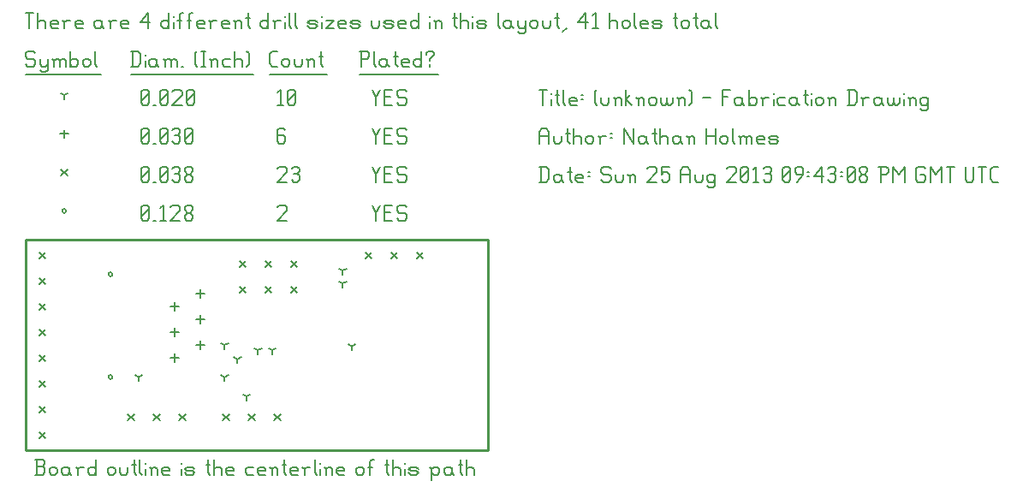
<source format=gbr>
G04 start of page 12 for group -3984 idx -3984 *
G04 Title: (unknown), fab *
G04 Creator: pcb 20110918 *
G04 CreationDate: Sun 25 Aug 2013 09:43:08 PM GMT UTC *
G04 For: ndholmes *
G04 Format: Gerber/RS-274X *
G04 PCB-Dimensions: 180000 82000 *
G04 PCB-Coordinate-Origin: lower left *
%MOIN*%
%FSLAX25Y25*%
%LNFAB*%
%ADD66C,0.0100*%
%ADD65C,0.0075*%
%ADD64C,0.0060*%
%ADD63R,0.0080X0.0080*%
G54D63*X32200Y68500D02*G75*G03X33800Y68500I800J0D01*G01*
G75*G03X32200Y68500I-800J0D01*G01*
Y28500D02*G75*G03X33800Y28500I800J0D01*G01*
G75*G03X32200Y28500I-800J0D01*G01*
X14200Y93250D02*G75*G03X15800Y93250I800J0D01*G01*
G75*G03X14200Y93250I-800J0D01*G01*
G54D64*X135000Y95500D02*X136500Y92500D01*
X138000Y95500D01*
X136500Y92500D02*Y89500D01*
X139800Y92800D02*X142050D01*
X139800Y89500D02*X142800D01*
X139800Y95500D02*Y89500D01*
Y95500D02*X142800D01*
X147600D02*X148350Y94750D01*
X145350Y95500D02*X147600D01*
X144600Y94750D02*X145350Y95500D01*
X144600Y94750D02*Y93250D01*
X145350Y92500D01*
X147600D01*
X148350Y91750D01*
Y90250D01*
X147600Y89500D02*X148350Y90250D01*
X145350Y89500D02*X147600D01*
X144600Y90250D02*X145350Y89500D01*
X98000Y94750D02*X98750Y95500D01*
X101000D01*
X101750Y94750D01*
Y93250D01*
X98000Y89500D02*X101750Y93250D01*
X98000Y89500D02*X101750D01*
X45000Y90250D02*X45750Y89500D01*
X45000Y94750D02*Y90250D01*
Y94750D02*X45750Y95500D01*
X47250D01*
X48000Y94750D01*
Y90250D01*
X47250Y89500D02*X48000Y90250D01*
X45750Y89500D02*X47250D01*
X45000Y91000D02*X48000Y94000D01*
X49800Y89500D02*X50550D01*
X52350Y94300D02*X53550Y95500D01*
Y89500D01*
X52350D02*X54600D01*
X56400Y94750D02*X57150Y95500D01*
X59400D01*
X60150Y94750D01*
Y93250D01*
X56400Y89500D02*X60150Y93250D01*
X56400Y89500D02*X60150D01*
X61950Y90250D02*X62700Y89500D01*
X61950Y91450D02*Y90250D01*
Y91450D02*X63000Y92500D01*
X63900D01*
X64950Y91450D01*
Y90250D01*
X64200Y89500D02*X64950Y90250D01*
X62700Y89500D02*X64200D01*
X61950Y93550D02*X63000Y92500D01*
X61950Y94750D02*Y93550D01*
Y94750D02*X62700Y95500D01*
X64200D01*
X64950Y94750D01*
Y93550D01*
X63900Y92500D02*X64950Y93550D01*
X5300Y77200D02*X7700Y74800D01*
X5300D02*X7700Y77200D01*
X5300Y67200D02*X7700Y64800D01*
X5300D02*X7700Y67200D01*
X5300Y57200D02*X7700Y54800D01*
X5300D02*X7700Y57200D01*
X5300Y47200D02*X7700Y44800D01*
X5300D02*X7700Y47200D01*
X5300Y37200D02*X7700Y34800D01*
X5300D02*X7700Y37200D01*
X5300Y27200D02*X7700Y24800D01*
X5300D02*X7700Y27200D01*
X5300Y17200D02*X7700Y14800D01*
X5300D02*X7700Y17200D01*
X5300Y7200D02*X7700Y4800D01*
X5300D02*X7700Y7200D01*
X103300Y73700D02*X105700Y71300D01*
X103300D02*X105700Y73700D01*
X93300D02*X95700Y71300D01*
X93300D02*X95700Y73700D01*
X83300D02*X85700Y71300D01*
X83300D02*X85700Y73700D01*
X103300Y63700D02*X105700Y61300D01*
X103300D02*X105700Y63700D01*
X93300D02*X95700Y61300D01*
X93300D02*X95700Y63700D01*
X83300D02*X85700Y61300D01*
X83300D02*X85700Y63700D01*
X152300Y77200D02*X154700Y74800D01*
X152300D02*X154700Y77200D01*
X142300D02*X144700Y74800D01*
X142300D02*X144700Y77200D01*
X132300D02*X134700Y74800D01*
X132300D02*X134700Y77200D01*
X39800Y14200D02*X42200Y11800D01*
X39800D02*X42200Y14200D01*
X49800D02*X52200Y11800D01*
X49800D02*X52200Y14200D01*
X59800D02*X62200Y11800D01*
X59800D02*X62200Y14200D01*
X76800D02*X79200Y11800D01*
X76800D02*X79200Y14200D01*
X86800D02*X89200Y11800D01*
X86800D02*X89200Y14200D01*
X96800D02*X99200Y11800D01*
X96800D02*X99200Y14200D01*
X13800Y109450D02*X16200Y107050D01*
X13800D02*X16200Y109450D01*
X135000Y110500D02*X136500Y107500D01*
X138000Y110500D01*
X136500Y107500D02*Y104500D01*
X139800Y107800D02*X142050D01*
X139800Y104500D02*X142800D01*
X139800Y110500D02*Y104500D01*
Y110500D02*X142800D01*
X147600D02*X148350Y109750D01*
X145350Y110500D02*X147600D01*
X144600Y109750D02*X145350Y110500D01*
X144600Y109750D02*Y108250D01*
X145350Y107500D01*
X147600D01*
X148350Y106750D01*
Y105250D01*
X147600Y104500D02*X148350Y105250D01*
X145350Y104500D02*X147600D01*
X144600Y105250D02*X145350Y104500D01*
X98000Y109750D02*X98750Y110500D01*
X101000D01*
X101750Y109750D01*
Y108250D01*
X98000Y104500D02*X101750Y108250D01*
X98000Y104500D02*X101750D01*
X103550Y109750D02*X104300Y110500D01*
X105800D01*
X106550Y109750D01*
X105800Y104500D02*X106550Y105250D01*
X104300Y104500D02*X105800D01*
X103550Y105250D02*X104300Y104500D01*
Y107800D02*X105800D01*
X106550Y109750D02*Y108550D01*
Y107050D02*Y105250D01*
Y107050D02*X105800Y107800D01*
X106550Y108550D02*X105800Y107800D01*
X45000Y105250D02*X45750Y104500D01*
X45000Y109750D02*Y105250D01*
Y109750D02*X45750Y110500D01*
X47250D01*
X48000Y109750D01*
Y105250D01*
X47250Y104500D02*X48000Y105250D01*
X45750Y104500D02*X47250D01*
X45000Y106000D02*X48000Y109000D01*
X49800Y104500D02*X50550D01*
X52350Y105250D02*X53100Y104500D01*
X52350Y109750D02*Y105250D01*
Y109750D02*X53100Y110500D01*
X54600D01*
X55350Y109750D01*
Y105250D01*
X54600Y104500D02*X55350Y105250D01*
X53100Y104500D02*X54600D01*
X52350Y106000D02*X55350Y109000D01*
X57150Y109750D02*X57900Y110500D01*
X59400D01*
X60150Y109750D01*
X59400Y104500D02*X60150Y105250D01*
X57900Y104500D02*X59400D01*
X57150Y105250D02*X57900Y104500D01*
Y107800D02*X59400D01*
X60150Y109750D02*Y108550D01*
Y107050D02*Y105250D01*
Y107050D02*X59400Y107800D01*
X60150Y108550D02*X59400Y107800D01*
X61950Y105250D02*X62700Y104500D01*
X61950Y106450D02*Y105250D01*
Y106450D02*X63000Y107500D01*
X63900D01*
X64950Y106450D01*
Y105250D01*
X64200Y104500D02*X64950Y105250D01*
X62700Y104500D02*X64200D01*
X61950Y108550D02*X63000Y107500D01*
X61950Y109750D02*Y108550D01*
Y109750D02*X62700Y110500D01*
X64200D01*
X64950Y109750D01*
Y108550D01*
X63900Y107500D02*X64950Y108550D01*
X68000Y62600D02*Y59400D01*
X66400Y61000D02*X69600D01*
X58000Y57600D02*Y54400D01*
X56400Y56000D02*X59600D01*
X68000Y52600D02*Y49400D01*
X66400Y51000D02*X69600D01*
X58000Y47600D02*Y44400D01*
X56400Y46000D02*X59600D01*
X68000Y42600D02*Y39400D01*
X66400Y41000D02*X69600D01*
X58000Y37600D02*Y34400D01*
X56400Y36000D02*X59600D01*
X15000Y124850D02*Y121650D01*
X13400Y123250D02*X16600D01*
X135000Y125500D02*X136500Y122500D01*
X138000Y125500D01*
X136500Y122500D02*Y119500D01*
X139800Y122800D02*X142050D01*
X139800Y119500D02*X142800D01*
X139800Y125500D02*Y119500D01*
Y125500D02*X142800D01*
X147600D02*X148350Y124750D01*
X145350Y125500D02*X147600D01*
X144600Y124750D02*X145350Y125500D01*
X144600Y124750D02*Y123250D01*
X145350Y122500D01*
X147600D01*
X148350Y121750D01*
Y120250D01*
X147600Y119500D02*X148350Y120250D01*
X145350Y119500D02*X147600D01*
X144600Y120250D02*X145350Y119500D01*
X100250Y125500D02*X101000Y124750D01*
X98750Y125500D02*X100250D01*
X98000Y124750D02*X98750Y125500D01*
X98000Y124750D02*Y120250D01*
X98750Y119500D01*
X100250Y122800D02*X101000Y122050D01*
X98000Y122800D02*X100250D01*
X98750Y119500D02*X100250D01*
X101000Y120250D01*
Y122050D02*Y120250D01*
X45000D02*X45750Y119500D01*
X45000Y124750D02*Y120250D01*
Y124750D02*X45750Y125500D01*
X47250D01*
X48000Y124750D01*
Y120250D01*
X47250Y119500D02*X48000Y120250D01*
X45750Y119500D02*X47250D01*
X45000Y121000D02*X48000Y124000D01*
X49800Y119500D02*X50550D01*
X52350Y120250D02*X53100Y119500D01*
X52350Y124750D02*Y120250D01*
Y124750D02*X53100Y125500D01*
X54600D01*
X55350Y124750D01*
Y120250D01*
X54600Y119500D02*X55350Y120250D01*
X53100Y119500D02*X54600D01*
X52350Y121000D02*X55350Y124000D01*
X57150Y124750D02*X57900Y125500D01*
X59400D01*
X60150Y124750D01*
X59400Y119500D02*X60150Y120250D01*
X57900Y119500D02*X59400D01*
X57150Y120250D02*X57900Y119500D01*
Y122800D02*X59400D01*
X60150Y124750D02*Y123550D01*
Y122050D02*Y120250D01*
Y122050D02*X59400Y122800D01*
X60150Y123550D02*X59400Y122800D01*
X61950Y120250D02*X62700Y119500D01*
X61950Y124750D02*Y120250D01*
Y124750D02*X62700Y125500D01*
X64200D01*
X64950Y124750D01*
Y120250D01*
X64200Y119500D02*X64950Y120250D01*
X62700Y119500D02*X64200D01*
X61950Y121000D02*X64950Y124000D01*
X123500Y70000D02*Y68400D01*
Y70000D02*X124887Y70800D01*
X123500Y70000D02*X122113Y70800D01*
X123500Y65000D02*Y63400D01*
Y65000D02*X124887Y65800D01*
X123500Y65000D02*X122113Y65800D01*
X82500Y35500D02*Y33900D01*
Y35500D02*X83887Y36300D01*
X82500Y35500D02*X81113Y36300D01*
X77500Y41000D02*Y39400D01*
Y41000D02*X78887Y41800D01*
X77500Y41000D02*X76113Y41800D01*
X77500Y28500D02*Y26900D01*
Y28500D02*X78887Y29300D01*
X77500Y28500D02*X76113Y29300D01*
X44000Y28500D02*Y26900D01*
Y28500D02*X45387Y29300D01*
X44000Y28500D02*X42613Y29300D01*
X90500Y39000D02*Y37400D01*
Y39000D02*X91887Y39800D01*
X90500Y39000D02*X89113Y39800D01*
X96000Y39000D02*Y37400D01*
Y39000D02*X97387Y39800D01*
X96000Y39000D02*X94613Y39800D01*
X127000Y40500D02*Y38900D01*
Y40500D02*X128387Y41300D01*
X127000Y40500D02*X125613Y41300D01*
X86000Y21000D02*Y19400D01*
Y21000D02*X87387Y21800D01*
X86000Y21000D02*X84613Y21800D01*
X15000Y138250D02*Y136650D01*
Y138250D02*X16387Y139050D01*
X15000Y138250D02*X13613Y139050D01*
X135000Y140500D02*X136500Y137500D01*
X138000Y140500D01*
X136500Y137500D02*Y134500D01*
X139800Y137800D02*X142050D01*
X139800Y134500D02*X142800D01*
X139800Y140500D02*Y134500D01*
Y140500D02*X142800D01*
X147600D02*X148350Y139750D01*
X145350Y140500D02*X147600D01*
X144600Y139750D02*X145350Y140500D01*
X144600Y139750D02*Y138250D01*
X145350Y137500D01*
X147600D01*
X148350Y136750D01*
Y135250D01*
X147600Y134500D02*X148350Y135250D01*
X145350Y134500D02*X147600D01*
X144600Y135250D02*X145350Y134500D01*
X98000Y139300D02*X99200Y140500D01*
Y134500D01*
X98000D02*X100250D01*
X102050Y135250D02*X102800Y134500D01*
X102050Y139750D02*Y135250D01*
Y139750D02*X102800Y140500D01*
X104300D01*
X105050Y139750D01*
Y135250D01*
X104300Y134500D02*X105050Y135250D01*
X102800Y134500D02*X104300D01*
X102050Y136000D02*X105050Y139000D01*
X45000Y135250D02*X45750Y134500D01*
X45000Y139750D02*Y135250D01*
Y139750D02*X45750Y140500D01*
X47250D01*
X48000Y139750D01*
Y135250D01*
X47250Y134500D02*X48000Y135250D01*
X45750Y134500D02*X47250D01*
X45000Y136000D02*X48000Y139000D01*
X49800Y134500D02*X50550D01*
X52350Y135250D02*X53100Y134500D01*
X52350Y139750D02*Y135250D01*
Y139750D02*X53100Y140500D01*
X54600D01*
X55350Y139750D01*
Y135250D01*
X54600Y134500D02*X55350Y135250D01*
X53100Y134500D02*X54600D01*
X52350Y136000D02*X55350Y139000D01*
X57150Y139750D02*X57900Y140500D01*
X60150D01*
X60900Y139750D01*
Y138250D01*
X57150Y134500D02*X60900Y138250D01*
X57150Y134500D02*X60900D01*
X62700Y135250D02*X63450Y134500D01*
X62700Y139750D02*Y135250D01*
Y139750D02*X63450Y140500D01*
X64950D01*
X65700Y139750D01*
Y135250D01*
X64950Y134500D02*X65700Y135250D01*
X63450Y134500D02*X64950D01*
X62700Y136000D02*X65700Y139000D01*
X3000Y155500D02*X3750Y154750D01*
X750Y155500D02*X3000D01*
X0Y154750D02*X750Y155500D01*
X0Y154750D02*Y153250D01*
X750Y152500D01*
X3000D01*
X3750Y151750D01*
Y150250D01*
X3000Y149500D02*X3750Y150250D01*
X750Y149500D02*X3000D01*
X0Y150250D02*X750Y149500D01*
X5550Y152500D02*Y150250D01*
X6300Y149500D01*
X8550Y152500D02*Y148000D01*
X7800Y147250D02*X8550Y148000D01*
X6300Y147250D02*X7800D01*
X5550Y148000D02*X6300Y147250D01*
Y149500D02*X7800D01*
X8550Y150250D01*
X11100Y151750D02*Y149500D01*
Y151750D02*X11850Y152500D01*
X12600D01*
X13350Y151750D01*
Y149500D01*
Y151750D02*X14100Y152500D01*
X14850D01*
X15600Y151750D01*
Y149500D01*
X10350Y152500D02*X11100Y151750D01*
X17400Y155500D02*Y149500D01*
Y150250D02*X18150Y149500D01*
X19650D01*
X20400Y150250D01*
Y151750D02*Y150250D01*
X19650Y152500D02*X20400Y151750D01*
X18150Y152500D02*X19650D01*
X17400Y151750D02*X18150Y152500D01*
X22200Y151750D02*Y150250D01*
Y151750D02*X22950Y152500D01*
X24450D01*
X25200Y151750D01*
Y150250D01*
X24450Y149500D02*X25200Y150250D01*
X22950Y149500D02*X24450D01*
X22200Y150250D02*X22950Y149500D01*
X27000Y155500D02*Y150250D01*
X27750Y149500D01*
X0Y146250D02*X29250D01*
X41750Y155500D02*Y149500D01*
X43700Y155500D02*X44750Y154450D01*
Y150550D01*
X43700Y149500D02*X44750Y150550D01*
X41000Y149500D02*X43700D01*
X41000Y155500D02*X43700D01*
G54D65*X46550Y154000D02*Y153850D01*
G54D64*Y151750D02*Y149500D01*
X50300Y152500D02*X51050Y151750D01*
X48800Y152500D02*X50300D01*
X48050Y151750D02*X48800Y152500D01*
X48050Y151750D02*Y150250D01*
X48800Y149500D01*
X51050Y152500D02*Y150250D01*
X51800Y149500D01*
X48800D02*X50300D01*
X51050Y150250D01*
X54350Y151750D02*Y149500D01*
Y151750D02*X55100Y152500D01*
X55850D01*
X56600Y151750D01*
Y149500D01*
Y151750D02*X57350Y152500D01*
X58100D01*
X58850Y151750D01*
Y149500D01*
X53600Y152500D02*X54350Y151750D01*
X60650Y149500D02*X61400D01*
X65900Y150250D02*X66650Y149500D01*
X65900Y154750D02*X66650Y155500D01*
X65900Y154750D02*Y150250D01*
X68450Y155500D02*X69950D01*
X69200D02*Y149500D01*
X68450D02*X69950D01*
X72500Y151750D02*Y149500D01*
Y151750D02*X73250Y152500D01*
X74000D01*
X74750Y151750D01*
Y149500D01*
X71750Y152500D02*X72500Y151750D01*
X77300Y152500D02*X79550D01*
X76550Y151750D02*X77300Y152500D01*
X76550Y151750D02*Y150250D01*
X77300Y149500D01*
X79550D01*
X81350Y155500D02*Y149500D01*
Y151750D02*X82100Y152500D01*
X83600D01*
X84350Y151750D01*
Y149500D01*
X86150Y155500D02*X86900Y154750D01*
Y150250D01*
X86150Y149500D02*X86900Y150250D01*
X41000Y146250D02*X88700D01*
X96050Y149500D02*X98000D01*
X95000Y150550D02*X96050Y149500D01*
X95000Y154450D02*Y150550D01*
Y154450D02*X96050Y155500D01*
X98000D01*
X99800Y151750D02*Y150250D01*
Y151750D02*X100550Y152500D01*
X102050D01*
X102800Y151750D01*
Y150250D01*
X102050Y149500D02*X102800Y150250D01*
X100550Y149500D02*X102050D01*
X99800Y150250D02*X100550Y149500D01*
X104600Y152500D02*Y150250D01*
X105350Y149500D01*
X106850D01*
X107600Y150250D01*
Y152500D02*Y150250D01*
X110150Y151750D02*Y149500D01*
Y151750D02*X110900Y152500D01*
X111650D01*
X112400Y151750D01*
Y149500D01*
X109400Y152500D02*X110150Y151750D01*
X114950Y155500D02*Y150250D01*
X115700Y149500D01*
X114200Y153250D02*X115700D01*
X95000Y146250D02*X117200D01*
X130750Y155500D02*Y149500D01*
X130000Y155500D02*X133000D01*
X133750Y154750D01*
Y153250D01*
X133000Y152500D02*X133750Y153250D01*
X130750Y152500D02*X133000D01*
X135550Y155500D02*Y150250D01*
X136300Y149500D01*
X140050Y152500D02*X140800Y151750D01*
X138550Y152500D02*X140050D01*
X137800Y151750D02*X138550Y152500D01*
X137800Y151750D02*Y150250D01*
X138550Y149500D01*
X140800Y152500D02*Y150250D01*
X141550Y149500D01*
X138550D02*X140050D01*
X140800Y150250D01*
X144100Y155500D02*Y150250D01*
X144850Y149500D01*
X143350Y153250D02*X144850D01*
X147100Y149500D02*X149350D01*
X146350Y150250D02*X147100Y149500D01*
X146350Y151750D02*Y150250D01*
Y151750D02*X147100Y152500D01*
X148600D01*
X149350Y151750D01*
X146350Y151000D02*X149350D01*
Y151750D02*Y151000D01*
X154150Y155500D02*Y149500D01*
X153400D02*X154150Y150250D01*
X151900Y149500D02*X153400D01*
X151150Y150250D02*X151900Y149500D01*
X151150Y151750D02*Y150250D01*
Y151750D02*X151900Y152500D01*
X153400D01*
X154150Y151750D01*
X157450Y152500D02*Y151750D01*
Y150250D02*Y149500D01*
X155950Y154750D02*Y154000D01*
Y154750D02*X156700Y155500D01*
X158200D01*
X158950Y154750D01*
Y154000D01*
X157450Y152500D02*X158950Y154000D01*
X130000Y146250D02*X160750D01*
X0Y170500D02*X3000D01*
X1500D02*Y164500D01*
X4800Y170500D02*Y164500D01*
Y166750D02*X5550Y167500D01*
X7050D01*
X7800Y166750D01*
Y164500D01*
X10350D02*X12600D01*
X9600Y165250D02*X10350Y164500D01*
X9600Y166750D02*Y165250D01*
Y166750D02*X10350Y167500D01*
X11850D01*
X12600Y166750D01*
X9600Y166000D02*X12600D01*
Y166750D02*Y166000D01*
X15150Y166750D02*Y164500D01*
Y166750D02*X15900Y167500D01*
X17400D01*
X14400D02*X15150Y166750D01*
X19950Y164500D02*X22200D01*
X19200Y165250D02*X19950Y164500D01*
X19200Y166750D02*Y165250D01*
Y166750D02*X19950Y167500D01*
X21450D01*
X22200Y166750D01*
X19200Y166000D02*X22200D01*
Y166750D02*Y166000D01*
X28950Y167500D02*X29700Y166750D01*
X27450Y167500D02*X28950D01*
X26700Y166750D02*X27450Y167500D01*
X26700Y166750D02*Y165250D01*
X27450Y164500D01*
X29700Y167500D02*Y165250D01*
X30450Y164500D01*
X27450D02*X28950D01*
X29700Y165250D01*
X33000Y166750D02*Y164500D01*
Y166750D02*X33750Y167500D01*
X35250D01*
X32250D02*X33000Y166750D01*
X37800Y164500D02*X40050D01*
X37050Y165250D02*X37800Y164500D01*
X37050Y166750D02*Y165250D01*
Y166750D02*X37800Y167500D01*
X39300D01*
X40050Y166750D01*
X37050Y166000D02*X40050D01*
Y166750D02*Y166000D01*
X44550Y166750D02*X47550Y170500D01*
X44550Y166750D02*X48300D01*
X47550Y170500D02*Y164500D01*
X55800Y170500D02*Y164500D01*
X55050D02*X55800Y165250D01*
X53550Y164500D02*X55050D01*
X52800Y165250D02*X53550Y164500D01*
X52800Y166750D02*Y165250D01*
Y166750D02*X53550Y167500D01*
X55050D01*
X55800Y166750D01*
G54D65*X57600Y169000D02*Y168850D01*
G54D64*Y166750D02*Y164500D01*
X59850Y169750D02*Y164500D01*
Y169750D02*X60600Y170500D01*
X61350D01*
X59100Y167500D02*X60600D01*
X63600Y169750D02*Y164500D01*
Y169750D02*X64350Y170500D01*
X65100D01*
X62850Y167500D02*X64350D01*
X67350Y164500D02*X69600D01*
X66600Y165250D02*X67350Y164500D01*
X66600Y166750D02*Y165250D01*
Y166750D02*X67350Y167500D01*
X68850D01*
X69600Y166750D01*
X66600Y166000D02*X69600D01*
Y166750D02*Y166000D01*
X72150Y166750D02*Y164500D01*
Y166750D02*X72900Y167500D01*
X74400D01*
X71400D02*X72150Y166750D01*
X76950Y164500D02*X79200D01*
X76200Y165250D02*X76950Y164500D01*
X76200Y166750D02*Y165250D01*
Y166750D02*X76950Y167500D01*
X78450D01*
X79200Y166750D01*
X76200Y166000D02*X79200D01*
Y166750D02*Y166000D01*
X81750Y166750D02*Y164500D01*
Y166750D02*X82500Y167500D01*
X83250D01*
X84000Y166750D01*
Y164500D01*
X81000Y167500D02*X81750Y166750D01*
X86550Y170500D02*Y165250D01*
X87300Y164500D01*
X85800Y168250D02*X87300D01*
X94500Y170500D02*Y164500D01*
X93750D02*X94500Y165250D01*
X92250Y164500D02*X93750D01*
X91500Y165250D02*X92250Y164500D01*
X91500Y166750D02*Y165250D01*
Y166750D02*X92250Y167500D01*
X93750D01*
X94500Y166750D01*
X97050D02*Y164500D01*
Y166750D02*X97800Y167500D01*
X99300D01*
X96300D02*X97050Y166750D01*
G54D65*X101100Y169000D02*Y168850D01*
G54D64*Y166750D02*Y164500D01*
X102600Y170500D02*Y165250D01*
X103350Y164500D01*
X104850Y170500D02*Y165250D01*
X105600Y164500D01*
X110550D02*X112800D01*
X113550Y165250D01*
X112800Y166000D02*X113550Y165250D01*
X110550Y166000D02*X112800D01*
X109800Y166750D02*X110550Y166000D01*
X109800Y166750D02*X110550Y167500D01*
X112800D01*
X113550Y166750D01*
X109800Y165250D02*X110550Y164500D01*
G54D65*X115350Y169000D02*Y168850D01*
G54D64*Y166750D02*Y164500D01*
X116850Y167500D02*X119850D01*
X116850Y164500D02*X119850Y167500D01*
X116850Y164500D02*X119850D01*
X122400D02*X124650D01*
X121650Y165250D02*X122400Y164500D01*
X121650Y166750D02*Y165250D01*
Y166750D02*X122400Y167500D01*
X123900D01*
X124650Y166750D01*
X121650Y166000D02*X124650D01*
Y166750D02*Y166000D01*
X127200Y164500D02*X129450D01*
X130200Y165250D01*
X129450Y166000D02*X130200Y165250D01*
X127200Y166000D02*X129450D01*
X126450Y166750D02*X127200Y166000D01*
X126450Y166750D02*X127200Y167500D01*
X129450D01*
X130200Y166750D01*
X126450Y165250D02*X127200Y164500D01*
X134700Y167500D02*Y165250D01*
X135450Y164500D01*
X136950D01*
X137700Y165250D01*
Y167500D02*Y165250D01*
X140250Y164500D02*X142500D01*
X143250Y165250D01*
X142500Y166000D02*X143250Y165250D01*
X140250Y166000D02*X142500D01*
X139500Y166750D02*X140250Y166000D01*
X139500Y166750D02*X140250Y167500D01*
X142500D01*
X143250Y166750D01*
X139500Y165250D02*X140250Y164500D01*
X145800D02*X148050D01*
X145050Y165250D02*X145800Y164500D01*
X145050Y166750D02*Y165250D01*
Y166750D02*X145800Y167500D01*
X147300D01*
X148050Y166750D01*
X145050Y166000D02*X148050D01*
Y166750D02*Y166000D01*
X152850Y170500D02*Y164500D01*
X152100D02*X152850Y165250D01*
X150600Y164500D02*X152100D01*
X149850Y165250D02*X150600Y164500D01*
X149850Y166750D02*Y165250D01*
Y166750D02*X150600Y167500D01*
X152100D01*
X152850Y166750D01*
G54D65*X157350Y169000D02*Y168850D01*
G54D64*Y166750D02*Y164500D01*
X159600Y166750D02*Y164500D01*
Y166750D02*X160350Y167500D01*
X161100D01*
X161850Y166750D01*
Y164500D01*
X158850Y167500D02*X159600Y166750D01*
X167100Y170500D02*Y165250D01*
X167850Y164500D01*
X166350Y168250D02*X167850D01*
X169350Y170500D02*Y164500D01*
Y166750D02*X170100Y167500D01*
X171600D01*
X172350Y166750D01*
Y164500D01*
G54D65*X174150Y169000D02*Y168850D01*
G54D64*Y166750D02*Y164500D01*
X176400D02*X178650D01*
X179400Y165250D01*
X178650Y166000D02*X179400Y165250D01*
X176400Y166000D02*X178650D01*
X175650Y166750D02*X176400Y166000D01*
X175650Y166750D02*X176400Y167500D01*
X178650D01*
X179400Y166750D01*
X175650Y165250D02*X176400Y164500D01*
X183900Y170500D02*Y165250D01*
X184650Y164500D01*
X188400Y167500D02*X189150Y166750D01*
X186900Y167500D02*X188400D01*
X186150Y166750D02*X186900Y167500D01*
X186150Y166750D02*Y165250D01*
X186900Y164500D01*
X189150Y167500D02*Y165250D01*
X189900Y164500D01*
X186900D02*X188400D01*
X189150Y165250D01*
X191700Y167500D02*Y165250D01*
X192450Y164500D01*
X194700Y167500D02*Y163000D01*
X193950Y162250D02*X194700Y163000D01*
X192450Y162250D02*X193950D01*
X191700Y163000D02*X192450Y162250D01*
Y164500D02*X193950D01*
X194700Y165250D01*
X196500Y166750D02*Y165250D01*
Y166750D02*X197250Y167500D01*
X198750D01*
X199500Y166750D01*
Y165250D01*
X198750Y164500D02*X199500Y165250D01*
X197250Y164500D02*X198750D01*
X196500Y165250D02*X197250Y164500D01*
X201300Y167500D02*Y165250D01*
X202050Y164500D01*
X203550D01*
X204300Y165250D01*
Y167500D02*Y165250D01*
X206850Y170500D02*Y165250D01*
X207600Y164500D01*
X206100Y168250D02*X207600D01*
X209100Y163000D02*X210600Y164500D01*
X215100Y166750D02*X218100Y170500D01*
X215100Y166750D02*X218850D01*
X218100Y170500D02*Y164500D01*
X220650Y169300D02*X221850Y170500D01*
Y164500D01*
X220650D02*X222900D01*
X227400Y170500D02*Y164500D01*
Y166750D02*X228150Y167500D01*
X229650D01*
X230400Y166750D01*
Y164500D01*
X232200Y166750D02*Y165250D01*
Y166750D02*X232950Y167500D01*
X234450D01*
X235200Y166750D01*
Y165250D01*
X234450Y164500D02*X235200Y165250D01*
X232950Y164500D02*X234450D01*
X232200Y165250D02*X232950Y164500D01*
X237000Y170500D02*Y165250D01*
X237750Y164500D01*
X240000D02*X242250D01*
X239250Y165250D02*X240000Y164500D01*
X239250Y166750D02*Y165250D01*
Y166750D02*X240000Y167500D01*
X241500D01*
X242250Y166750D01*
X239250Y166000D02*X242250D01*
Y166750D02*Y166000D01*
X244800Y164500D02*X247050D01*
X247800Y165250D01*
X247050Y166000D02*X247800Y165250D01*
X244800Y166000D02*X247050D01*
X244050Y166750D02*X244800Y166000D01*
X244050Y166750D02*X244800Y167500D01*
X247050D01*
X247800Y166750D01*
X244050Y165250D02*X244800Y164500D01*
X253050Y170500D02*Y165250D01*
X253800Y164500D01*
X252300Y168250D02*X253800D01*
X255300Y166750D02*Y165250D01*
Y166750D02*X256050Y167500D01*
X257550D01*
X258300Y166750D01*
Y165250D01*
X257550Y164500D02*X258300Y165250D01*
X256050Y164500D02*X257550D01*
X255300Y165250D02*X256050Y164500D01*
X260850Y170500D02*Y165250D01*
X261600Y164500D01*
X260100Y168250D02*X261600D01*
X265350Y167500D02*X266100Y166750D01*
X263850Y167500D02*X265350D01*
X263100Y166750D02*X263850Y167500D01*
X263100Y166750D02*Y165250D01*
X263850Y164500D01*
X266100Y167500D02*Y165250D01*
X266850Y164500D01*
X263850D02*X265350D01*
X266100Y165250D01*
X268650Y170500D02*Y165250D01*
X269400Y164500D01*
G54D66*X0Y82000D02*X180000D01*
Y0D01*
X0D01*
Y82000D01*
G54D64*X3675Y-9500D02*X6675D01*
X7425Y-8750D01*
Y-6950D02*Y-8750D01*
X6675Y-6200D02*X7425Y-6950D01*
X4425Y-6200D02*X6675D01*
X4425Y-3500D02*Y-9500D01*
X3675Y-3500D02*X6675D01*
X7425Y-4250D01*
Y-5450D01*
X6675Y-6200D02*X7425Y-5450D01*
X9225Y-7250D02*Y-8750D01*
Y-7250D02*X9975Y-6500D01*
X11475D01*
X12225Y-7250D01*
Y-8750D01*
X11475Y-9500D02*X12225Y-8750D01*
X9975Y-9500D02*X11475D01*
X9225Y-8750D02*X9975Y-9500D01*
X16275Y-6500D02*X17025Y-7250D01*
X14775Y-6500D02*X16275D01*
X14025Y-7250D02*X14775Y-6500D01*
X14025Y-7250D02*Y-8750D01*
X14775Y-9500D01*
X17025Y-6500D02*Y-8750D01*
X17775Y-9500D01*
X14775D02*X16275D01*
X17025Y-8750D01*
X20325Y-7250D02*Y-9500D01*
Y-7250D02*X21075Y-6500D01*
X22575D01*
X19575D02*X20325Y-7250D01*
X27375Y-3500D02*Y-9500D01*
X26625D02*X27375Y-8750D01*
X25125Y-9500D02*X26625D01*
X24375Y-8750D02*X25125Y-9500D01*
X24375Y-7250D02*Y-8750D01*
Y-7250D02*X25125Y-6500D01*
X26625D01*
X27375Y-7250D01*
X31875D02*Y-8750D01*
Y-7250D02*X32625Y-6500D01*
X34125D01*
X34875Y-7250D01*
Y-8750D01*
X34125Y-9500D02*X34875Y-8750D01*
X32625Y-9500D02*X34125D01*
X31875Y-8750D02*X32625Y-9500D01*
X36675Y-6500D02*Y-8750D01*
X37425Y-9500D01*
X38925D01*
X39675Y-8750D01*
Y-6500D02*Y-8750D01*
X42225Y-3500D02*Y-8750D01*
X42975Y-9500D01*
X41475Y-5750D02*X42975D01*
X44475Y-3500D02*Y-8750D01*
X45225Y-9500D01*
G54D65*X46725Y-5000D02*Y-5150D01*
G54D64*Y-7250D02*Y-9500D01*
X48975Y-7250D02*Y-9500D01*
Y-7250D02*X49725Y-6500D01*
X50475D01*
X51225Y-7250D01*
Y-9500D01*
X48225Y-6500D02*X48975Y-7250D01*
X53775Y-9500D02*X56025D01*
X53025Y-8750D02*X53775Y-9500D01*
X53025Y-7250D02*Y-8750D01*
Y-7250D02*X53775Y-6500D01*
X55275D01*
X56025Y-7250D01*
X53025Y-8000D02*X56025D01*
Y-7250D02*Y-8000D01*
G54D65*X60525Y-5000D02*Y-5150D01*
G54D64*Y-7250D02*Y-9500D01*
X62775D02*X65025D01*
X65775Y-8750D01*
X65025Y-8000D02*X65775Y-8750D01*
X62775Y-8000D02*X65025D01*
X62025Y-7250D02*X62775Y-8000D01*
X62025Y-7250D02*X62775Y-6500D01*
X65025D01*
X65775Y-7250D01*
X62025Y-8750D02*X62775Y-9500D01*
X71025Y-3500D02*Y-8750D01*
X71775Y-9500D01*
X70275Y-5750D02*X71775D01*
X73275Y-3500D02*Y-9500D01*
Y-7250D02*X74025Y-6500D01*
X75525D01*
X76275Y-7250D01*
Y-9500D01*
X78825D02*X81075D01*
X78075Y-8750D02*X78825Y-9500D01*
X78075Y-7250D02*Y-8750D01*
Y-7250D02*X78825Y-6500D01*
X80325D01*
X81075Y-7250D01*
X78075Y-8000D02*X81075D01*
Y-7250D02*Y-8000D01*
X86325Y-6500D02*X88575D01*
X85575Y-7250D02*X86325Y-6500D01*
X85575Y-7250D02*Y-8750D01*
X86325Y-9500D01*
X88575D01*
X91125D02*X93375D01*
X90375Y-8750D02*X91125Y-9500D01*
X90375Y-7250D02*Y-8750D01*
Y-7250D02*X91125Y-6500D01*
X92625D01*
X93375Y-7250D01*
X90375Y-8000D02*X93375D01*
Y-7250D02*Y-8000D01*
X95925Y-7250D02*Y-9500D01*
Y-7250D02*X96675Y-6500D01*
X97425D01*
X98175Y-7250D01*
Y-9500D01*
X95175Y-6500D02*X95925Y-7250D01*
X100725Y-3500D02*Y-8750D01*
X101475Y-9500D01*
X99975Y-5750D02*X101475D01*
X103725Y-9500D02*X105975D01*
X102975Y-8750D02*X103725Y-9500D01*
X102975Y-7250D02*Y-8750D01*
Y-7250D02*X103725Y-6500D01*
X105225D01*
X105975Y-7250D01*
X102975Y-8000D02*X105975D01*
Y-7250D02*Y-8000D01*
X108525Y-7250D02*Y-9500D01*
Y-7250D02*X109275Y-6500D01*
X110775D01*
X107775D02*X108525Y-7250D01*
X112575Y-3500D02*Y-8750D01*
X113325Y-9500D01*
G54D65*X114825Y-5000D02*Y-5150D01*
G54D64*Y-7250D02*Y-9500D01*
X117075Y-7250D02*Y-9500D01*
Y-7250D02*X117825Y-6500D01*
X118575D01*
X119325Y-7250D01*
Y-9500D01*
X116325Y-6500D02*X117075Y-7250D01*
X121875Y-9500D02*X124125D01*
X121125Y-8750D02*X121875Y-9500D01*
X121125Y-7250D02*Y-8750D01*
Y-7250D02*X121875Y-6500D01*
X123375D01*
X124125Y-7250D01*
X121125Y-8000D02*X124125D01*
Y-7250D02*Y-8000D01*
X128625Y-7250D02*Y-8750D01*
Y-7250D02*X129375Y-6500D01*
X130875D01*
X131625Y-7250D01*
Y-8750D01*
X130875Y-9500D02*X131625Y-8750D01*
X129375Y-9500D02*X130875D01*
X128625Y-8750D02*X129375Y-9500D01*
X134175Y-4250D02*Y-9500D01*
Y-4250D02*X134925Y-3500D01*
X135675D01*
X133425Y-6500D02*X134925D01*
X140625Y-3500D02*Y-8750D01*
X141375Y-9500D01*
X139875Y-5750D02*X141375D01*
X142875Y-3500D02*Y-9500D01*
Y-7250D02*X143625Y-6500D01*
X145125D01*
X145875Y-7250D01*
Y-9500D01*
G54D65*X147675Y-5000D02*Y-5150D01*
G54D64*Y-7250D02*Y-9500D01*
X149925D02*X152175D01*
X152925Y-8750D01*
X152175Y-8000D02*X152925Y-8750D01*
X149925Y-8000D02*X152175D01*
X149175Y-7250D02*X149925Y-8000D01*
X149175Y-7250D02*X149925Y-6500D01*
X152175D01*
X152925Y-7250D01*
X149175Y-8750D02*X149925Y-9500D01*
X158175Y-7250D02*Y-11750D01*
X157425Y-6500D02*X158175Y-7250D01*
X158925Y-6500D01*
X160425D01*
X161175Y-7250D01*
Y-8750D01*
X160425Y-9500D02*X161175Y-8750D01*
X158925Y-9500D02*X160425D01*
X158175Y-8750D02*X158925Y-9500D01*
X165225Y-6500D02*X165975Y-7250D01*
X163725Y-6500D02*X165225D01*
X162975Y-7250D02*X163725Y-6500D01*
X162975Y-7250D02*Y-8750D01*
X163725Y-9500D01*
X165975Y-6500D02*Y-8750D01*
X166725Y-9500D01*
X163725D02*X165225D01*
X165975Y-8750D01*
X169275Y-3500D02*Y-8750D01*
X170025Y-9500D01*
X168525Y-5750D02*X170025D01*
X171525Y-3500D02*Y-9500D01*
Y-7250D02*X172275Y-6500D01*
X173775D01*
X174525Y-7250D01*
Y-9500D01*
X200750Y110500D02*Y104500D01*
X202700Y110500D02*X203750Y109450D01*
Y105550D01*
X202700Y104500D02*X203750Y105550D01*
X200000Y104500D02*X202700D01*
X200000Y110500D02*X202700D01*
X207800Y107500D02*X208550Y106750D01*
X206300Y107500D02*X207800D01*
X205550Y106750D02*X206300Y107500D01*
X205550Y106750D02*Y105250D01*
X206300Y104500D01*
X208550Y107500D02*Y105250D01*
X209300Y104500D01*
X206300D02*X207800D01*
X208550Y105250D01*
X211850Y110500D02*Y105250D01*
X212600Y104500D01*
X211100Y108250D02*X212600D01*
X214850Y104500D02*X217100D01*
X214100Y105250D02*X214850Y104500D01*
X214100Y106750D02*Y105250D01*
Y106750D02*X214850Y107500D01*
X216350D01*
X217100Y106750D01*
X214100Y106000D02*X217100D01*
Y106750D02*Y106000D01*
X218900Y108250D02*X219650D01*
X218900Y106750D02*X219650D01*
X227150Y110500D02*X227900Y109750D01*
X224900Y110500D02*X227150D01*
X224150Y109750D02*X224900Y110500D01*
X224150Y109750D02*Y108250D01*
X224900Y107500D01*
X227150D01*
X227900Y106750D01*
Y105250D01*
X227150Y104500D02*X227900Y105250D01*
X224900Y104500D02*X227150D01*
X224150Y105250D02*X224900Y104500D01*
X229700Y107500D02*Y105250D01*
X230450Y104500D01*
X231950D01*
X232700Y105250D01*
Y107500D02*Y105250D01*
X235250Y106750D02*Y104500D01*
Y106750D02*X236000Y107500D01*
X236750D01*
X237500Y106750D01*
Y104500D01*
X234500Y107500D02*X235250Y106750D01*
X242000Y109750D02*X242750Y110500D01*
X245000D01*
X245750Y109750D01*
Y108250D01*
X242000Y104500D02*X245750Y108250D01*
X242000Y104500D02*X245750D01*
X247550Y110500D02*X250550D01*
X247550D02*Y107500D01*
X248300Y108250D01*
X249800D01*
X250550Y107500D01*
Y105250D01*
X249800Y104500D02*X250550Y105250D01*
X248300Y104500D02*X249800D01*
X247550Y105250D02*X248300Y104500D01*
X255050Y109000D02*Y104500D01*
Y109000D02*X256100Y110500D01*
X257750D01*
X258800Y109000D01*
Y104500D01*
X255050Y107500D02*X258800D01*
X260600D02*Y105250D01*
X261350Y104500D01*
X262850D01*
X263600Y105250D01*
Y107500D02*Y105250D01*
X267650Y107500D02*X268400Y106750D01*
X266150Y107500D02*X267650D01*
X265400Y106750D02*X266150Y107500D01*
X265400Y106750D02*Y105250D01*
X266150Y104500D01*
X267650D01*
X268400Y105250D01*
X265400Y103000D02*X266150Y102250D01*
X267650D01*
X268400Y103000D01*
Y107500D02*Y103000D01*
X272900Y109750D02*X273650Y110500D01*
X275900D01*
X276650Y109750D01*
Y108250D01*
X272900Y104500D02*X276650Y108250D01*
X272900Y104500D02*X276650D01*
X278450Y105250D02*X279200Y104500D01*
X278450Y109750D02*Y105250D01*
Y109750D02*X279200Y110500D01*
X280700D01*
X281450Y109750D01*
Y105250D01*
X280700Y104500D02*X281450Y105250D01*
X279200Y104500D02*X280700D01*
X278450Y106000D02*X281450Y109000D01*
X283250Y109300D02*X284450Y110500D01*
Y104500D01*
X283250D02*X285500D01*
X287300Y109750D02*X288050Y110500D01*
X289550D01*
X290300Y109750D01*
X289550Y104500D02*X290300Y105250D01*
X288050Y104500D02*X289550D01*
X287300Y105250D02*X288050Y104500D01*
Y107800D02*X289550D01*
X290300Y109750D02*Y108550D01*
Y107050D02*Y105250D01*
Y107050D02*X289550Y107800D01*
X290300Y108550D02*X289550Y107800D01*
X294800Y105250D02*X295550Y104500D01*
X294800Y109750D02*Y105250D01*
Y109750D02*X295550Y110500D01*
X297050D01*
X297800Y109750D01*
Y105250D01*
X297050Y104500D02*X297800Y105250D01*
X295550Y104500D02*X297050D01*
X294800Y106000D02*X297800Y109000D01*
X300350Y104500D02*X302600Y107500D01*
Y109750D02*Y107500D01*
X301850Y110500D02*X302600Y109750D01*
X300350Y110500D02*X301850D01*
X299600Y109750D02*X300350Y110500D01*
X299600Y109750D02*Y108250D01*
X300350Y107500D01*
X302600D01*
X304400Y108250D02*X305150D01*
X304400Y106750D02*X305150D01*
X306950D02*X309950Y110500D01*
X306950Y106750D02*X310700D01*
X309950Y110500D02*Y104500D01*
X312500Y109750D02*X313250Y110500D01*
X314750D01*
X315500Y109750D01*
X314750Y104500D02*X315500Y105250D01*
X313250Y104500D02*X314750D01*
X312500Y105250D02*X313250Y104500D01*
Y107800D02*X314750D01*
X315500Y109750D02*Y108550D01*
Y107050D02*Y105250D01*
Y107050D02*X314750Y107800D01*
X315500Y108550D02*X314750Y107800D01*
X317300Y108250D02*X318050D01*
X317300Y106750D02*X318050D01*
X319850Y105250D02*X320600Y104500D01*
X319850Y109750D02*Y105250D01*
Y109750D02*X320600Y110500D01*
X322100D01*
X322850Y109750D01*
Y105250D01*
X322100Y104500D02*X322850Y105250D01*
X320600Y104500D02*X322100D01*
X319850Y106000D02*X322850Y109000D01*
X324650Y105250D02*X325400Y104500D01*
X324650Y106450D02*Y105250D01*
Y106450D02*X325700Y107500D01*
X326600D01*
X327650Y106450D01*
Y105250D01*
X326900Y104500D02*X327650Y105250D01*
X325400Y104500D02*X326900D01*
X324650Y108550D02*X325700Y107500D01*
X324650Y109750D02*Y108550D01*
Y109750D02*X325400Y110500D01*
X326900D01*
X327650Y109750D01*
Y108550D01*
X326600Y107500D02*X327650Y108550D01*
X332900Y110500D02*Y104500D01*
X332150Y110500D02*X335150D01*
X335900Y109750D01*
Y108250D01*
X335150Y107500D02*X335900Y108250D01*
X332900Y107500D02*X335150D01*
X337700Y110500D02*Y104500D01*
Y110500D02*X339950Y107500D01*
X342200Y110500D01*
Y104500D01*
X349700Y110500D02*X350450Y109750D01*
X347450Y110500D02*X349700D01*
X346700Y109750D02*X347450Y110500D01*
X346700Y109750D02*Y105250D01*
X347450Y104500D01*
X349700D01*
X350450Y105250D01*
Y106750D02*Y105250D01*
X349700Y107500D02*X350450Y106750D01*
X348200Y107500D02*X349700D01*
X352250Y110500D02*Y104500D01*
Y110500D02*X354500Y107500D01*
X356750Y110500D01*
Y104500D01*
X358550Y110500D02*X361550D01*
X360050D02*Y104500D01*
X366050Y110500D02*Y105250D01*
X366800Y104500D01*
X368300D01*
X369050Y105250D01*
Y110500D02*Y105250D01*
X370850Y110500D02*X373850D01*
X372350D02*Y104500D01*
X376700D02*X378650D01*
X375650Y105550D02*X376700Y104500D01*
X375650Y109450D02*Y105550D01*
Y109450D02*X376700Y110500D01*
X378650D01*
X200000Y124000D02*Y119500D01*
Y124000D02*X201050Y125500D01*
X202700D01*
X203750Y124000D01*
Y119500D01*
X200000Y122500D02*X203750D01*
X205550D02*Y120250D01*
X206300Y119500D01*
X207800D01*
X208550Y120250D01*
Y122500D02*Y120250D01*
X211100Y125500D02*Y120250D01*
X211850Y119500D01*
X210350Y123250D02*X211850D01*
X213350Y125500D02*Y119500D01*
Y121750D02*X214100Y122500D01*
X215600D01*
X216350Y121750D01*
Y119500D01*
X218150Y121750D02*Y120250D01*
Y121750D02*X218900Y122500D01*
X220400D01*
X221150Y121750D01*
Y120250D01*
X220400Y119500D02*X221150Y120250D01*
X218900Y119500D02*X220400D01*
X218150Y120250D02*X218900Y119500D01*
X223700Y121750D02*Y119500D01*
Y121750D02*X224450Y122500D01*
X225950D01*
X222950D02*X223700Y121750D01*
X227750Y123250D02*X228500D01*
X227750Y121750D02*X228500D01*
X233000Y125500D02*Y119500D01*
Y125500D02*X236750Y119500D01*
Y125500D02*Y119500D01*
X240800Y122500D02*X241550Y121750D01*
X239300Y122500D02*X240800D01*
X238550Y121750D02*X239300Y122500D01*
X238550Y121750D02*Y120250D01*
X239300Y119500D01*
X241550Y122500D02*Y120250D01*
X242300Y119500D01*
X239300D02*X240800D01*
X241550Y120250D01*
X244850Y125500D02*Y120250D01*
X245600Y119500D01*
X244100Y123250D02*X245600D01*
X247100Y125500D02*Y119500D01*
Y121750D02*X247850Y122500D01*
X249350D01*
X250100Y121750D01*
Y119500D01*
X254150Y122500D02*X254900Y121750D01*
X252650Y122500D02*X254150D01*
X251900Y121750D02*X252650Y122500D01*
X251900Y121750D02*Y120250D01*
X252650Y119500D01*
X254900Y122500D02*Y120250D01*
X255650Y119500D01*
X252650D02*X254150D01*
X254900Y120250D01*
X258200Y121750D02*Y119500D01*
Y121750D02*X258950Y122500D01*
X259700D01*
X260450Y121750D01*
Y119500D01*
X257450Y122500D02*X258200Y121750D01*
X264950Y125500D02*Y119500D01*
X268700Y125500D02*Y119500D01*
X264950Y122500D02*X268700D01*
X270500Y121750D02*Y120250D01*
Y121750D02*X271250Y122500D01*
X272750D01*
X273500Y121750D01*
Y120250D01*
X272750Y119500D02*X273500Y120250D01*
X271250Y119500D02*X272750D01*
X270500Y120250D02*X271250Y119500D01*
X275300Y125500D02*Y120250D01*
X276050Y119500D01*
X278300Y121750D02*Y119500D01*
Y121750D02*X279050Y122500D01*
X279800D01*
X280550Y121750D01*
Y119500D01*
Y121750D02*X281300Y122500D01*
X282050D01*
X282800Y121750D01*
Y119500D01*
X277550Y122500D02*X278300Y121750D01*
X285350Y119500D02*X287600D01*
X284600Y120250D02*X285350Y119500D01*
X284600Y121750D02*Y120250D01*
Y121750D02*X285350Y122500D01*
X286850D01*
X287600Y121750D01*
X284600Y121000D02*X287600D01*
Y121750D02*Y121000D01*
X290150Y119500D02*X292400D01*
X293150Y120250D01*
X292400Y121000D02*X293150Y120250D01*
X290150Y121000D02*X292400D01*
X289400Y121750D02*X290150Y121000D01*
X289400Y121750D02*X290150Y122500D01*
X292400D01*
X293150Y121750D01*
X289400Y120250D02*X290150Y119500D01*
X200000Y140500D02*X203000D01*
X201500D02*Y134500D01*
G54D65*X204800Y139000D02*Y138850D01*
G54D64*Y136750D02*Y134500D01*
X207050Y140500D02*Y135250D01*
X207800Y134500D01*
X206300Y138250D02*X207800D01*
X209300Y140500D02*Y135250D01*
X210050Y134500D01*
X212300D02*X214550D01*
X211550Y135250D02*X212300Y134500D01*
X211550Y136750D02*Y135250D01*
Y136750D02*X212300Y137500D01*
X213800D01*
X214550Y136750D01*
X211550Y136000D02*X214550D01*
Y136750D02*Y136000D01*
X216350Y138250D02*X217100D01*
X216350Y136750D02*X217100D01*
X221600Y135250D02*X222350Y134500D01*
X221600Y139750D02*X222350Y140500D01*
X221600Y139750D02*Y135250D01*
X224150Y137500D02*Y135250D01*
X224900Y134500D01*
X226400D01*
X227150Y135250D01*
Y137500D02*Y135250D01*
X229700Y136750D02*Y134500D01*
Y136750D02*X230450Y137500D01*
X231200D01*
X231950Y136750D01*
Y134500D01*
X228950Y137500D02*X229700Y136750D01*
X233750Y140500D02*Y134500D01*
Y136750D02*X236000Y134500D01*
X233750Y136750D02*X235250Y138250D01*
X238550Y136750D02*Y134500D01*
Y136750D02*X239300Y137500D01*
X240050D01*
X240800Y136750D01*
Y134500D01*
X237800Y137500D02*X238550Y136750D01*
X242600D02*Y135250D01*
Y136750D02*X243350Y137500D01*
X244850D01*
X245600Y136750D01*
Y135250D01*
X244850Y134500D02*X245600Y135250D01*
X243350Y134500D02*X244850D01*
X242600Y135250D02*X243350Y134500D01*
X247400Y137500D02*Y135250D01*
X248150Y134500D01*
X248900D01*
X249650Y135250D01*
Y137500D02*Y135250D01*
X250400Y134500D01*
X251150D01*
X251900Y135250D01*
Y137500D02*Y135250D01*
X254450Y136750D02*Y134500D01*
Y136750D02*X255200Y137500D01*
X255950D01*
X256700Y136750D01*
Y134500D01*
X253700Y137500D02*X254450Y136750D01*
X258500Y140500D02*X259250Y139750D01*
Y135250D01*
X258500Y134500D02*X259250Y135250D01*
X263750Y137500D02*X266750D01*
X271250Y140500D02*Y134500D01*
Y140500D02*X274250D01*
X271250Y137800D02*X273500D01*
X278300Y137500D02*X279050Y136750D01*
X276800Y137500D02*X278300D01*
X276050Y136750D02*X276800Y137500D01*
X276050Y136750D02*Y135250D01*
X276800Y134500D01*
X279050Y137500D02*Y135250D01*
X279800Y134500D01*
X276800D02*X278300D01*
X279050Y135250D01*
X281600Y140500D02*Y134500D01*
Y135250D02*X282350Y134500D01*
X283850D01*
X284600Y135250D01*
Y136750D02*Y135250D01*
X283850Y137500D02*X284600Y136750D01*
X282350Y137500D02*X283850D01*
X281600Y136750D02*X282350Y137500D01*
X287150Y136750D02*Y134500D01*
Y136750D02*X287900Y137500D01*
X289400D01*
X286400D02*X287150Y136750D01*
G54D65*X291200Y139000D02*Y138850D01*
G54D64*Y136750D02*Y134500D01*
X293450Y137500D02*X295700D01*
X292700Y136750D02*X293450Y137500D01*
X292700Y136750D02*Y135250D01*
X293450Y134500D01*
X295700D01*
X299750Y137500D02*X300500Y136750D01*
X298250Y137500D02*X299750D01*
X297500Y136750D02*X298250Y137500D01*
X297500Y136750D02*Y135250D01*
X298250Y134500D01*
X300500Y137500D02*Y135250D01*
X301250Y134500D01*
X298250D02*X299750D01*
X300500Y135250D01*
X303800Y140500D02*Y135250D01*
X304550Y134500D01*
X303050Y138250D02*X304550D01*
G54D65*X306050Y139000D02*Y138850D01*
G54D64*Y136750D02*Y134500D01*
X307550Y136750D02*Y135250D01*
Y136750D02*X308300Y137500D01*
X309800D01*
X310550Y136750D01*
Y135250D01*
X309800Y134500D02*X310550Y135250D01*
X308300Y134500D02*X309800D01*
X307550Y135250D02*X308300Y134500D01*
X313100Y136750D02*Y134500D01*
Y136750D02*X313850Y137500D01*
X314600D01*
X315350Y136750D01*
Y134500D01*
X312350Y137500D02*X313100Y136750D01*
X320600Y140500D02*Y134500D01*
X322550Y140500D02*X323600Y139450D01*
Y135550D01*
X322550Y134500D02*X323600Y135550D01*
X319850Y134500D02*X322550D01*
X319850Y140500D02*X322550D01*
X326150Y136750D02*Y134500D01*
Y136750D02*X326900Y137500D01*
X328400D01*
X325400D02*X326150Y136750D01*
X332450Y137500D02*X333200Y136750D01*
X330950Y137500D02*X332450D01*
X330200Y136750D02*X330950Y137500D01*
X330200Y136750D02*Y135250D01*
X330950Y134500D01*
X333200Y137500D02*Y135250D01*
X333950Y134500D01*
X330950D02*X332450D01*
X333200Y135250D01*
X335750Y137500D02*Y135250D01*
X336500Y134500D01*
X337250D01*
X338000Y135250D01*
Y137500D02*Y135250D01*
X338750Y134500D01*
X339500D01*
X340250Y135250D01*
Y137500D02*Y135250D01*
G54D65*X342050Y139000D02*Y138850D01*
G54D64*Y136750D02*Y134500D01*
X344300Y136750D02*Y134500D01*
Y136750D02*X345050Y137500D01*
X345800D01*
X346550Y136750D01*
Y134500D01*
X343550Y137500D02*X344300Y136750D01*
X350600Y137500D02*X351350Y136750D01*
X349100Y137500D02*X350600D01*
X348350Y136750D02*X349100Y137500D01*
X348350Y136750D02*Y135250D01*
X349100Y134500D01*
X350600D01*
X351350Y135250D01*
X348350Y133000D02*X349100Y132250D01*
X350600D01*
X351350Y133000D01*
Y137500D02*Y133000D01*
M02*

</source>
